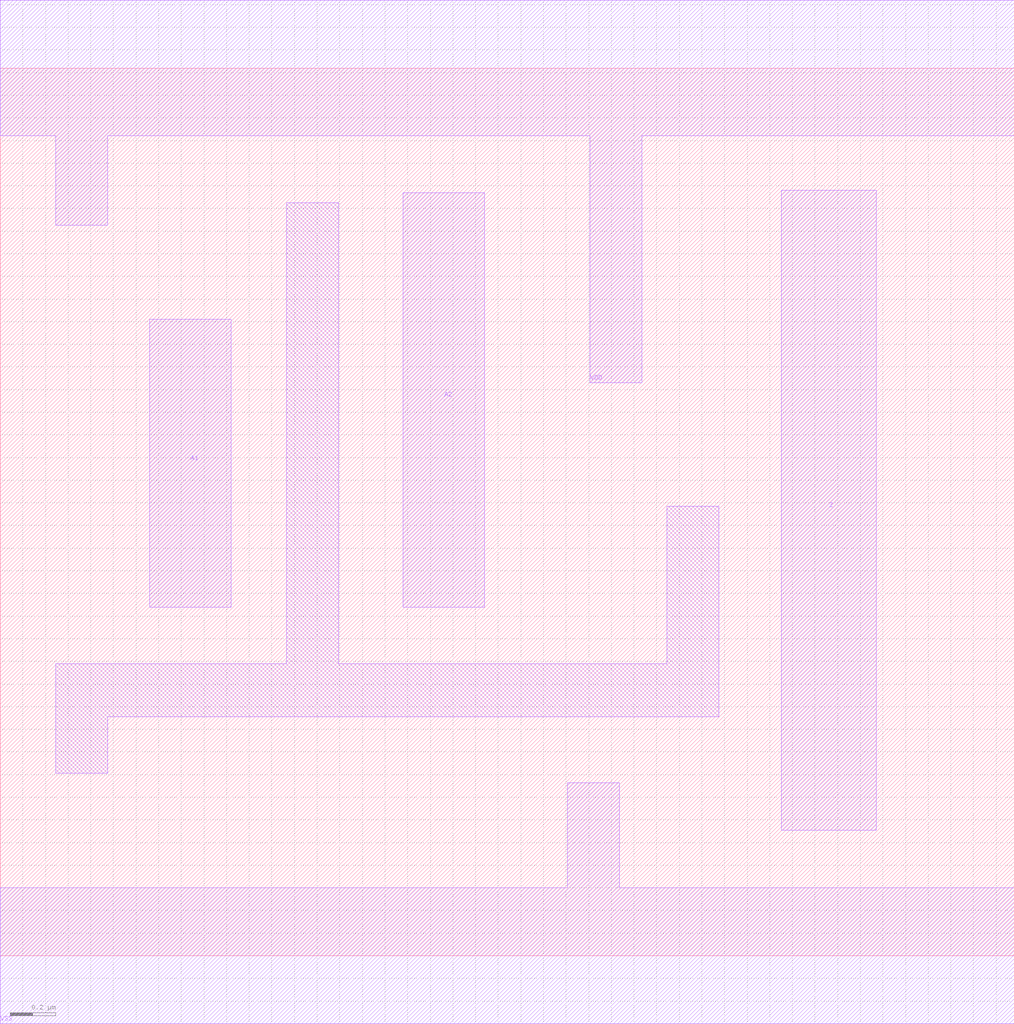
<source format=lef>
# Copyright 2022 GlobalFoundries PDK Authors
#
# Licensed under the Apache License, Version 2.0 (the "License");
# you may not use this file except in compliance with the License.
# You may obtain a copy of the License at
#
#      http://www.apache.org/licenses/LICENSE-2.0
#
# Unless required by applicable law or agreed to in writing, software
# distributed under the License is distributed on an "AS IS" BASIS,
# WITHOUT WARRANTIES OR CONDITIONS OF ANY KIND, either express or implied.
# See the License for the specific language governing permissions and
# limitations under the License.

MACRO gf180mcu_fd_sc_mcu7t5v0__and2_1
  CLASS core ;
  FOREIGN gf180mcu_fd_sc_mcu7t5v0__and2_1 0.0 0.0 ;
  ORIGIN 0 0 ;
  SYMMETRY X Y ;
  SITE GF018hv5v_mcu_sc7 ;
  SIZE 4.48 BY 3.92 ;
  PIN A1
    DIRECTION INPUT ;
    ANTENNAGATEAREA 0.519 ;
    PORT
      LAYER METAL1 ;
        POLYGON 0.66 1.54 1.02 1.54 1.02 2.81 0.66 2.81  ;
    END
  END A1
  PIN A2
    DIRECTION INPUT ;
    ANTENNAGATEAREA 0.519 ;
    PORT
      LAYER METAL1 ;
        POLYGON 1.78 1.54 2.14 1.54 2.14 3.37 1.78 3.37  ;
    END
  END A2
  PIN Z
    DIRECTION OUTPUT ;
    ANTENNADIFFAREA 0.8932 ;
    PORT
      LAYER METAL1 ;
        POLYGON 3.45 0.555 3.87 0.555 3.87 3.38 3.45 3.38  ;
    END
  END Z
  PIN VDD
    DIRECTION INOUT ;
    USE power ;
    SHAPE ABUTMENT ;
    PORT
      LAYER METAL1 ;
        POLYGON 0 3.62 0.245 3.62 0.245 3.225 0.475 3.225 0.475 3.62 2.605 3.62 2.605 2.53 2.835 2.53 2.835 3.62 3.175 3.62 4.48 3.62 4.48 4.22 3.175 4.22 0 4.22  ;
    END
  END VDD
  PIN VSS
    DIRECTION INOUT ;
    USE ground ;
    SHAPE ABUTMENT ;
    PORT
      LAYER METAL1 ;
        POLYGON 0 -0.3 4.48 -0.3 4.48 0.3 2.735 0.3 2.735 0.765 2.505 0.765 2.505 0.3 0 0.3  ;
    END
  END VSS
  OBS
      LAYER METAL1 ;
        POLYGON 0.245 0.805 0.475 0.805 0.475 1.055 3.175 1.055 3.175 1.985 2.945 1.985 2.945 1.29 1.495 1.29 1.495 3.325 1.265 3.325 1.265 1.29 0.245 1.29  ;
  END
END gf180mcu_fd_sc_mcu7t5v0__and2_1

</source>
